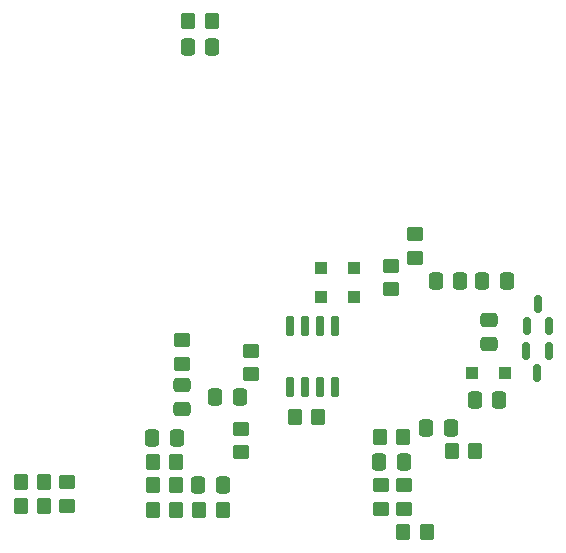
<source format=gbr>
%TF.GenerationSoftware,KiCad,Pcbnew,7.0.2-6a45011f42~172~ubuntu22.04.1*%
%TF.CreationDate,2023-05-30T10:17:06+01:00*%
%TF.ProjectId,GreenBean,47726565-6e42-4656-916e-2e6b69636164,rev?*%
%TF.SameCoordinates,Original*%
%TF.FileFunction,Paste,Top*%
%TF.FilePolarity,Positive*%
%FSLAX46Y46*%
G04 Gerber Fmt 4.6, Leading zero omitted, Abs format (unit mm)*
G04 Created by KiCad (PCBNEW 7.0.2-6a45011f42~172~ubuntu22.04.1) date 2023-05-30 10:17:06*
%MOMM*%
%LPD*%
G01*
G04 APERTURE LIST*
G04 Aperture macros list*
%AMRoundRect*
0 Rectangle with rounded corners*
0 $1 Rounding radius*
0 $2 $3 $4 $5 $6 $7 $8 $9 X,Y pos of 4 corners*
0 Add a 4 corners polygon primitive as box body*
4,1,4,$2,$3,$4,$5,$6,$7,$8,$9,$2,$3,0*
0 Add four circle primitives for the rounded corners*
1,1,$1+$1,$2,$3*
1,1,$1+$1,$4,$5*
1,1,$1+$1,$6,$7*
1,1,$1+$1,$8,$9*
0 Add four rect primitives between the rounded corners*
20,1,$1+$1,$2,$3,$4,$5,0*
20,1,$1+$1,$4,$5,$6,$7,0*
20,1,$1+$1,$6,$7,$8,$9,0*
20,1,$1+$1,$8,$9,$2,$3,0*%
G04 Aperture macros list end*
%ADD10RoundRect,0.250000X-0.350000X-0.450000X0.350000X-0.450000X0.350000X0.450000X-0.350000X0.450000X0*%
%ADD11RoundRect,0.250000X0.350000X0.450000X-0.350000X0.450000X-0.350000X-0.450000X0.350000X-0.450000X0*%
%ADD12RoundRect,0.250000X-0.450000X0.350000X-0.450000X-0.350000X0.450000X-0.350000X0.450000X0.350000X0*%
%ADD13RoundRect,0.250000X-0.337500X-0.475000X0.337500X-0.475000X0.337500X0.475000X-0.337500X0.475000X0*%
%ADD14RoundRect,0.150000X-0.150000X0.725000X-0.150000X-0.725000X0.150000X-0.725000X0.150000X0.725000X0*%
%ADD15RoundRect,0.250000X-0.300000X-0.300000X0.300000X-0.300000X0.300000X0.300000X-0.300000X0.300000X0*%
%ADD16RoundRect,0.250000X0.337500X0.475000X-0.337500X0.475000X-0.337500X-0.475000X0.337500X-0.475000X0*%
%ADD17RoundRect,0.250000X0.300000X0.300000X-0.300000X0.300000X-0.300000X-0.300000X0.300000X-0.300000X0*%
%ADD18RoundRect,0.250000X0.450000X-0.350000X0.450000X0.350000X-0.450000X0.350000X-0.450000X-0.350000X0*%
%ADD19RoundRect,0.250000X0.475000X-0.337500X0.475000X0.337500X-0.475000X0.337500X-0.475000X-0.337500X0*%
%ADD20RoundRect,0.150000X0.150000X-0.587500X0.150000X0.587500X-0.150000X0.587500X-0.150000X-0.587500X0*%
%ADD21RoundRect,0.150000X-0.150000X0.587500X-0.150000X-0.587500X0.150000X-0.587500X0.150000X0.587500X0*%
G04 APERTURE END LIST*
D10*
%TO.C,R14*%
X142310000Y-99000000D03*
X144310000Y-99000000D03*
%TD*%
D11*
%TO.C,R19*%
X132310000Y-106900000D03*
X130310000Y-106900000D03*
%TD*%
D12*
%TO.C,R12*%
X137810000Y-100000000D03*
X137810000Y-102000000D03*
%TD*%
D13*
%TO.C,C8*%
X135572500Y-97300000D03*
X137647500Y-97300000D03*
%TD*%
D10*
%TO.C,R22*%
X134210000Y-106900000D03*
X136210000Y-106900000D03*
%TD*%
D14*
%TO.C,U1*%
X145715000Y-91325000D03*
X144445000Y-91325000D03*
X143175000Y-91325000D03*
X141905000Y-91325000D03*
X141905000Y-96475000D03*
X143175000Y-96475000D03*
X144445000Y-96475000D03*
X145715000Y-96475000D03*
%TD*%
D12*
%TO.C,R20*%
X123010000Y-104500000D03*
X123010000Y-106500000D03*
%TD*%
D15*
%TO.C,D5*%
X144510000Y-88800000D03*
X147310000Y-88800000D03*
%TD*%
D16*
%TO.C,C4*%
X155547500Y-99900000D03*
X153472500Y-99900000D03*
%TD*%
D17*
%TO.C,D4*%
X147310000Y-86400000D03*
X144510000Y-86400000D03*
%TD*%
D16*
%TO.C,C6*%
X156347500Y-87500000D03*
X154272500Y-87500000D03*
%TD*%
D11*
%TO.C,R7*%
X157610000Y-101900000D03*
X155610000Y-101900000D03*
%TD*%
D13*
%TO.C,C3*%
X149472500Y-102800000D03*
X151547500Y-102800000D03*
%TD*%
D12*
%TO.C,R11*%
X138610000Y-93400000D03*
X138610000Y-95400000D03*
%TD*%
D10*
%TO.C,R13*%
X133310000Y-65500000D03*
X135310000Y-65500000D03*
%TD*%
D16*
%TO.C,C12*%
X159647500Y-97600000D03*
X157572500Y-97600000D03*
%TD*%
D18*
%TO.C,R5*%
X151610000Y-106800000D03*
X151610000Y-104800000D03*
%TD*%
D16*
%TO.C,C9*%
X135347500Y-67700000D03*
X133272500Y-67700000D03*
%TD*%
D11*
%TO.C,R9*%
X151510000Y-100700000D03*
X149510000Y-100700000D03*
%TD*%
D10*
%TO.C,R6*%
X151510000Y-108700000D03*
X153510000Y-108700000D03*
%TD*%
%TO.C,R16*%
X119110000Y-104500000D03*
X121110000Y-104500000D03*
%TD*%
%TO.C,R18*%
X130310000Y-102800000D03*
X132310000Y-102800000D03*
%TD*%
D19*
%TO.C,C11*%
X132810000Y-98337500D03*
X132810000Y-96262500D03*
%TD*%
D16*
%TO.C,C14*%
X132347500Y-100800000D03*
X130272500Y-100800000D03*
%TD*%
D13*
%TO.C,C5*%
X158210000Y-87500000D03*
X160285000Y-87500000D03*
%TD*%
D10*
%TO.C,R21*%
X130310000Y-104800000D03*
X132310000Y-104800000D03*
%TD*%
D20*
%TO.C,Q5*%
X161960000Y-91337500D03*
X163860000Y-91337500D03*
X162910000Y-89462500D03*
%TD*%
D18*
%TO.C,R8*%
X152510000Y-85500000D03*
X152510000Y-83500000D03*
%TD*%
D12*
%TO.C,R10*%
X150510000Y-86200000D03*
X150510000Y-88200000D03*
%TD*%
D19*
%TO.C,C7*%
X158810000Y-92837500D03*
X158810000Y-90762500D03*
%TD*%
D13*
%TO.C,C15*%
X134172500Y-104800000D03*
X136247500Y-104800000D03*
%TD*%
D21*
%TO.C,Q2*%
X163810000Y-93400000D03*
X161910000Y-93400000D03*
X162860000Y-95275000D03*
%TD*%
D18*
%TO.C,R17*%
X132810000Y-94500000D03*
X132810000Y-92500000D03*
%TD*%
D17*
%TO.C,D2*%
X160110000Y-95300000D03*
X157310000Y-95300000D03*
%TD*%
D10*
%TO.C,R15*%
X119110000Y-106500000D03*
X121110000Y-106500000D03*
%TD*%
D18*
%TO.C,R4*%
X149610000Y-106800000D03*
X149610000Y-104800000D03*
%TD*%
M02*

</source>
